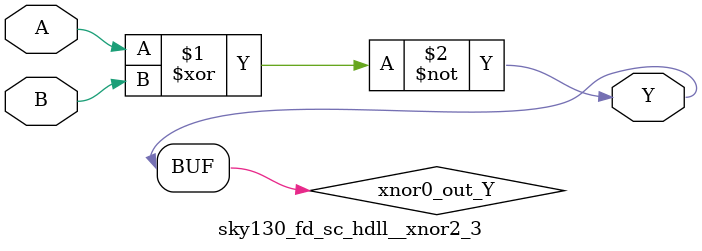
<source format=v>
module sky130_fd_sc_hdll__xnor2_3 (
    Y,
    A,
    B
);
    output Y;
    input  A;
    input  B;
    wire xnor0_out_Y;
    xnor xnor0 (xnor0_out_Y, A, B           );
    buf  buf0  (Y          , xnor0_out_Y    );
endmodule
</source>
